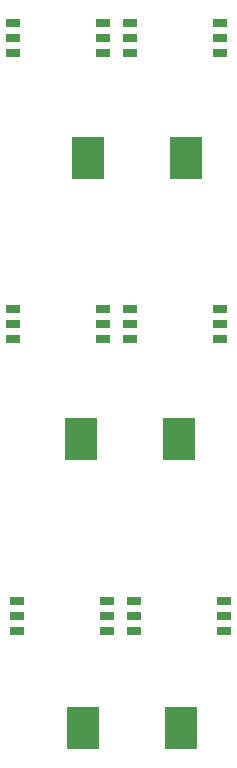
<source format=gbr>
%TF.GenerationSoftware,KiCad,Pcbnew,7.0.2*%
%TF.CreationDate,2023-05-19T15:17:25+02:00*%
%TF.ProjectId,78_1x39_1mm Solr tile,37382c31-7833-4392-9c31-6d6d20536f6c,rev?*%
%TF.SameCoordinates,Original*%
%TF.FileFunction,Paste,Top*%
%TF.FilePolarity,Positive*%
%FSLAX46Y46*%
G04 Gerber Fmt 4.6, Leading zero omitted, Abs format (unit mm)*
G04 Created by KiCad (PCBNEW 7.0.2) date 2023-05-19 15:17:25*
%MOMM*%
%LPD*%
G01*
G04 APERTURE LIST*
%ADD10R,2.700000X3.600000*%
%ADD11R,1.270000X0.760000*%
G04 APERTURE END LIST*
D10*
%TO.C,ML1*%
X81100000Y-53390000D03*
X72800000Y-53390000D03*
%TD*%
%TO.C,ML5*%
X80710000Y-101710000D03*
X72410000Y-101710000D03*
%TD*%
D11*
%TO.C,J5*%
X84355000Y-93485000D03*
X84355000Y-92215000D03*
X84355000Y-90945000D03*
X76735000Y-90945000D03*
X76735000Y-92215000D03*
X76735000Y-93485000D03*
%TD*%
%TO.C,J1*%
X83975000Y-44545000D03*
X83975000Y-43275000D03*
X83975000Y-42005000D03*
X76355000Y-42005000D03*
X76355000Y-43275000D03*
X76355000Y-44545000D03*
%TD*%
%TO.C,J4*%
X84000000Y-68730000D03*
X84000000Y-67460000D03*
X84000000Y-66190000D03*
X76380000Y-66190000D03*
X76380000Y-67460000D03*
X76380000Y-68730000D03*
%TD*%
D10*
%TO.C,ML3*%
X80530000Y-77170000D03*
X72230000Y-77170000D03*
%TD*%
D11*
%TO.C,J2*%
X74115000Y-44485000D03*
X74115000Y-43215000D03*
X74115000Y-41945000D03*
X66495000Y-41945000D03*
X66495000Y-43215000D03*
X66495000Y-44485000D03*
%TD*%
%TO.C,J6*%
X74415000Y-93485000D03*
X74415000Y-92215000D03*
X74415000Y-90945000D03*
X66795000Y-90945000D03*
X66795000Y-92215000D03*
X66795000Y-93485000D03*
%TD*%
%TO.C,J3*%
X74120000Y-68750000D03*
X74120000Y-67480000D03*
X74120000Y-66210000D03*
X66500000Y-66210000D03*
X66500000Y-67480000D03*
X66500000Y-68750000D03*
%TD*%
M02*

</source>
